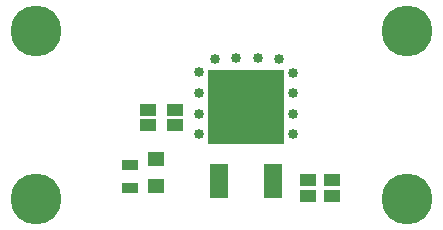
<source format=gts>
G04*
G04 #@! TF.GenerationSoftware,Altium Limited,Altium Designer,22.3.1 (43)*
G04*
G04 Layer_Color=8388736*
%FSLAX25Y25*%
%MOIN*%
G70*
G04*
G04 #@! TF.SameCoordinates,54316C7D-A7D4-46C6-97C7-E01AB4BBD31E*
G04*
G04*
G04 #@! TF.FilePolarity,Negative*
G04*
G01*
G75*
%ADD18R,0.05512X0.03937*%
%ADD19R,0.05709X0.04921*%
%ADD20R,0.05512X0.03543*%
%ADD21R,0.25394X0.24606*%
%ADD22R,0.06496X0.11614*%
%ADD23C,0.16942*%
%ADD24C,0.03347*%
D18*
X37201Y29594D02*
D03*
Y24476D02*
D03*
X46201D02*
D03*
Y29594D02*
D03*
X98709Y1043D02*
D03*
Y6161D02*
D03*
X90709Y6220D02*
D03*
Y1102D02*
D03*
D19*
X39980Y13307D02*
D03*
Y4252D02*
D03*
D20*
X31319Y3661D02*
D03*
Y11142D02*
D03*
D21*
X69902Y30630D02*
D03*
D22*
X78957Y6024D02*
D03*
X60846D02*
D03*
D23*
X123543Y55925D02*
D03*
X-79D02*
D03*
X123543Y-79D02*
D03*
X-79D02*
D03*
D24*
X54154Y42441D02*
D03*
X78957Y21575D02*
D03*
X74429D02*
D03*
X69902D02*
D03*
X65374D02*
D03*
X60846D02*
D03*
X78957Y39685D02*
D03*
X60846D02*
D03*
X54154Y21464D02*
D03*
Y35449D02*
D03*
Y28457D02*
D03*
X80925Y46772D02*
D03*
X66752Y46808D02*
D03*
X73839Y46923D02*
D03*
X59665Y46772D02*
D03*
X85590Y35223D02*
D03*
X85706Y28399D02*
D03*
X85650Y21575D02*
D03*
Y42047D02*
D03*
X65374Y26102D02*
D03*
Y30630D02*
D03*
X69902D02*
D03*
Y26102D02*
D03*
X74429D02*
D03*
Y30630D02*
D03*
Y35157D02*
D03*
X69902D02*
D03*
X65374D02*
D03*
X60846D02*
D03*
Y30630D02*
D03*
Y26102D02*
D03*
X78957D02*
D03*
Y30630D02*
D03*
Y35157D02*
D03*
X74429Y39685D02*
D03*
X69902D02*
D03*
X65374D02*
D03*
M02*

</source>
